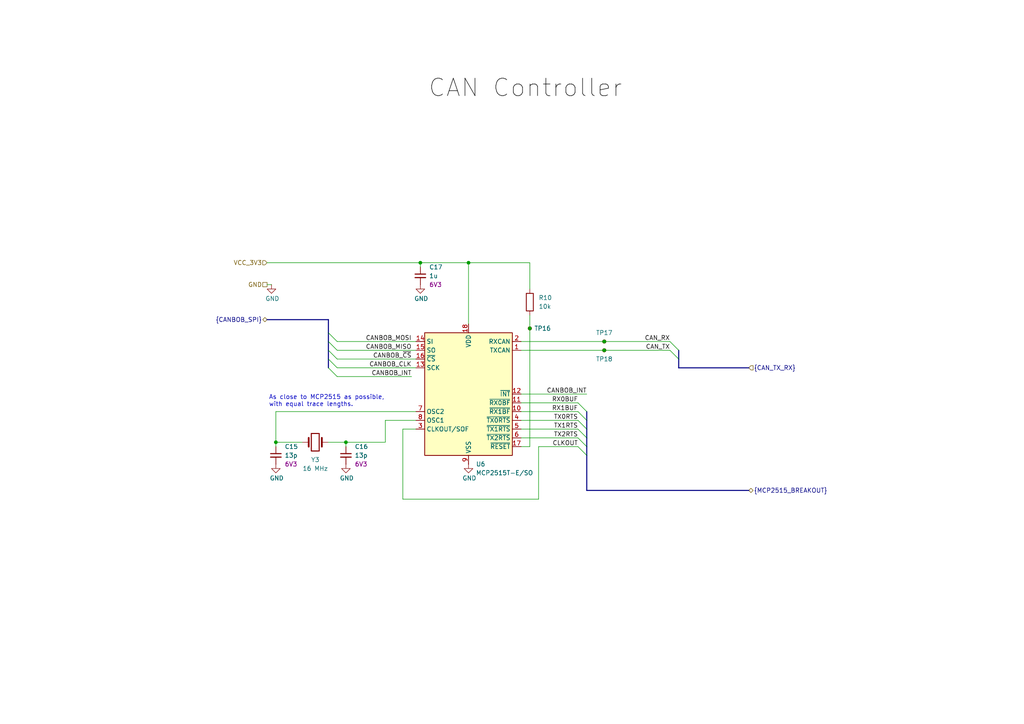
<source format=kicad_sch>
(kicad_sch (version 20250114) (generator "eeschema") (generator_version "9.0")
  (paper "A4")
  (title_block (title "MAGE-CANBOB-002") (date "2025-05-14") (rev "1") (comment 1 "Yiannis Michael") (comment 2 "2025-05-14") (comment 3 "Chris Thomas") (comment 4 "2025-06-02"))
  (lib_symbols
    (symbol "Connector:TestPoint_Small" (pin_numbers (hide yes)) (pin_names (offset 0.762) (hide yes))
      (property "Reference" "TP" (at 0 3.81 0))
      (property "Value" "TestPoint_Small" (at 0 2.032 0))
      (symbol "TestPoint_Small_0_1"
        (circle (center 0 0) (radius 0.508))
      )
      (symbol "TestPoint_Small_1_1"
        (pin passive line (at 0 0 90) (length 0) (name "1") (number "1"))
      )
    )
    (symbol "Device:C_Small" (pin_numbers (hide yes)) (pin_names (offset 0.254) (hide yes))
      (property "Reference" "C" (at 0.254 1.778 0))
      (property "Value" "C_Small" (at 0.254 -2.032 0))
      (symbol "C_Small_0_1"
        (polyline (pts (xy -1.524 0.508) (xy 1.524 0.508)) (stroke (width 0.3048)))
        (polyline (pts (xy -1.524 -0.508) (xy 1.524 -0.508)) (stroke (width 0.3302)))
      )
      (symbol "C_Small_1_1"
        (pin passive line (at 0 2.54 270) (length 2.032) (name "~") (number "1"))
        (pin passive line (at 0 -2.54 90) (length 2.032) (name "~") (number "2"))
      )
    )
    (symbol "Device:Crystal" (pin_numbers (hide yes)) (pin_names (offset 1.016) (hide yes))
      (property "Reference" "Y" (at 0 3.81 0))
      (property "Value" "Crystal" (at 0 -3.81 0))
      (symbol "Crystal_0_1"
        (polyline (pts (xy -2.54 0) (xy -1.905 0)))
        (polyline (pts (xy -1.905 -1.27) (xy -1.905 1.27)) (stroke (width 0.508)))
        (rectangle (start -1.143 2.54) (end 1.143 -2.54) (stroke (width 0.3048)))
        (polyline (pts (xy 1.905 -1.27) (xy 1.905 1.27)) (stroke (width 0.508)))
        (polyline (pts (xy 2.54 0) (xy 1.905 0)))
      )
      (symbol "Crystal_1_1"
        (pin passive line (at -3.81 0 0) (length 1.27) (name "1") (number "1"))
        (pin passive line (at 3.81 0 180) (length 1.27) (name "2") (number "2"))
      )
    )
    (symbol "Device:R" (pin_numbers (hide yes)) (pin_names (offset 0))
      (property "Reference" "R" (at 2.032 0 90))
      (property "Value" "R" (at 0 0 90))
      (symbol "R_0_1"
        (rectangle (start -1.016 -2.54) (end 1.016 2.54) (stroke (width 0.254)))
      )
      (symbol "R_1_1"
        (pin passive line (at 0 3.81 270) (length 1.27) (name "~") (number "1"))
        (pin passive line (at 0 -3.81 90) (length 1.27) (name "~") (number "2"))
      )
    )
    (symbol "Interface_CAN_LIN:MCP2515-xSO"
      (property "Reference" "U" (at -10.16 19.685 0))
      (property "Value" "MCP2515-xSO" (at 19.05 20.32 0))
      (symbol "MCP2515-xSO_0_1"
        (rectangle (start -12.7 17.78) (end 12.7 -17.78) (stroke (width 0.254)) (fill (type background)))
      )
      (symbol "MCP2515-xSO_1_1"
        (pin input line (at -15.24 15.24 0) (length 2.54) (name "SI") (number "14"))
        (pin output line (at -15.24 12.7 0) (length 2.54) (name "SO") (number "15"))
        (pin input line (at -15.24 10.16 0) (length 2.54) (name "~{CS}") (number "16"))
        (pin input line (at -15.24 7.62 0) (length 2.54) (name "SCK") (number "13"))
        (pin output line (at -15.24 -5.08 0) (length 2.54) (name "OSC2") (number "7"))
        (pin input line (at -15.24 -7.62 0) (length 2.54) (name "OSC1") (number "8"))
        (pin output line (at -15.24 -10.16 0) (length 2.54) (name "CLKOUT/SOF") (number "3"))
        (pin power_in line (at 0 20.32 270) (length 2.54) (name "VDD") (number "18"))
        (pin power_in line (at 0 -20.32 90) (length 2.54) (name "VSS") (number "9"))
        (pin input line (at 15.24 15.24 180) (length 2.54) (name "RXCAN") (number "2"))
        (pin output line (at 15.24 12.7 180) (length 2.54) (name "TXCAN") (number "1"))
        (pin output line (at 15.24 0 180) (length 2.54) (name "~{INT}") (number "12"))
        (pin output line (at 15.24 -2.54 180) (length 2.54) (name "~{RX0BF}") (number "11"))
        (pin output line (at 15.24 -5.08 180) (length 2.54) (name "~{RX1BF}") (number "10"))
        (pin input line (at 15.24 -7.62 180) (length 2.54) (name "~{TX0RTS}") (number "4"))
        (pin input line (at 15.24 -10.16 180) (length 2.54) (name "~{TX1RTS}") (number "5"))
        (pin input line (at 15.24 -12.7 180) (length 2.54) (name "~{TX2RTS}") (number "6"))
        (pin input line (at 15.24 -15.24 180) (length 2.54) (name "~{RESET}") (number "17"))
      )
    )
    (symbol "power:GND" (power) (pin_numbers (hide yes)) (pin_names (offset 0) (hide yes))
      (property "Value" "GND" (at 0 -3.81 0))
      (symbol "GND_0_1"
        (polyline (pts (xy 0 0) (xy 0 -1.27) (xy 1.27 -1.27) (xy 0 -2.54) (xy -1.27 -1.27) (xy 0 -1.27)))
      )
      (symbol "GND_1_1"
        (pin power_in line (at 0 0 270) (length 0) (name "~") (number "1"))
      )
    )
  )
  (bus_alias "CANBOB_SPI" (members "CANBOB_MOSI" "CANBOB_MISO" "CANBOB_CLK" "CANBOB_INT" "CANBOB_~{CS}"))
  (bus_alias "CAN_TX_RX" (members "CAN_TX" "CAN_RX"))
  (bus_alias "MCP2515_BREAKOUT" (members "RX0BUF" "RX1BUF" "TX0RTS" "TX1RTS" "TX2RTS" "CLKOUT"))
  (text "CAN Controller" (at 152.4 25.654 0) (effects (font (size 5.08 5.08))))
  (text "As close to MCP2515 as possible, \nwith equal trace lengths." (at 77.978 116.332 0) (effects (font (size 1.27 1.27)) (justify left)))
  (junction (at 80.01 128.27))
  (junction (at 175.26 99.06))
  (junction (at 100.33 128.27))
  (junction (at 175.26 101.6))
  (junction (at 135.89 76.2))
  (junction (at 153.67 95.25))
  (junction (at 121.92 76.2))
  (bus_entry (at 95.25 106.68) (size 2.54 2.54))
  (bus_entry (at 167.64 121.92) (size 2.54 2.54))
  (bus_entry (at 167.64 119.38) (size 2.54 2.54))
  (bus_entry (at 194.31 101.6) (size 2.54 2.54))
  (bus_entry (at 97.79 104.14) (size -2.54 -2.54))
  (bus_entry (at 167.64 124.46) (size 2.54 2.54))
  (bus_entry (at 97.79 99.06) (size -2.54 -2.54))
  (bus_entry (at 167.64 116.84) (size 2.54 2.54))
  (bus_entry (at 194.31 99.06) (size 2.54 2.54))
  (bus_entry (at 97.79 101.6) (size -2.54 -2.54))
  (bus_entry (at 167.64 127) (size 2.54 2.54))
  (bus_entry (at 167.64 129.54) (size 2.54 2.54))
  (bus_entry (at 97.79 106.68) (size -2.54 -2.54))
  (wire (pts (xy 151.13 121.92) (xy 167.64 121.92)))
  (wire (pts (xy 97.79 109.22) (xy 119.38 109.22)))
  (wire (pts (xy 151.13 116.84) (xy 167.64 116.84)))
  (bus (pts (xy 95.25 92.71) (xy 95.25 96.52)))
  (wire (pts (xy 151.13 101.6) (xy 175.26 101.6)))
  (bus (pts (xy 170.18 132.08) (xy 170.18 142.24)))
  (wire (pts (xy 78.74 82.55) (xy 77.47 82.55)))
  (wire (pts (xy 153.67 95.25) (xy 153.67 129.54)))
  (bus (pts (xy 170.18 121.92) (xy 170.18 124.46)))
  (wire (pts (xy 175.26 101.6) (xy 194.31 101.6)))
  (wire (pts (xy 111.76 121.92) (xy 120.65 121.92)))
  (wire (pts (xy 80.01 128.27) (xy 87.63 128.27)))
  (wire (pts (xy 135.89 76.2) (xy 135.89 93.98)))
  (wire (pts (xy 175.26 99.06) (xy 194.31 99.06)))
  (wire (pts (xy 135.89 76.2) (xy 153.67 76.2)))
  (wire (pts (xy 116.84 124.46) (xy 116.84 144.78)))
  (bus (pts (xy 196.85 101.6) (xy 196.85 104.14)))
  (bus (pts (xy 170.18 129.54) (xy 170.18 132.08)))
  (wire (pts (xy 121.92 76.2) (xy 135.89 76.2)))
  (bus (pts (xy 170.18 124.46) (xy 170.18 127)))
  (bus (pts (xy 170.18 119.38) (xy 170.18 121.92)))
  (wire (pts (xy 97.79 101.6) (xy 120.65 101.6)))
  (wire (pts (xy 151.13 124.46) (xy 167.64 124.46)))
  (wire (pts (xy 116.84 144.78) (xy 156.21 144.78)))
  (wire (pts (xy 156.21 129.54) (xy 167.64 129.54)))
  (wire (pts (xy 116.84 124.46) (xy 120.65 124.46)))
  (bus (pts (xy 170.18 142.24) (xy 217.17 142.24)))
  (bus (pts (xy 196.85 104.14) (xy 196.85 106.68)))
  (bus (pts (xy 95.25 96.52) (xy 95.25 99.06)))
  (wire (pts (xy 77.47 76.2) (xy 121.92 76.2)))
  (wire (pts (xy 151.13 127) (xy 167.64 127)))
  (wire (pts (xy 151.13 99.06) (xy 175.26 99.06)))
  (wire (pts (xy 95.25 128.27) (xy 100.33 128.27)))
  (wire (pts (xy 80.01 128.27) (xy 80.01 129.54)))
  (wire (pts (xy 121.92 76.2) (xy 121.92 77.47)))
  (wire (pts (xy 153.67 91.44) (xy 153.67 95.25)))
  (wire (pts (xy 156.21 129.54) (xy 156.21 144.78)))
  (wire (pts (xy 80.01 128.27) (xy 80.01 119.38)))
  (wire (pts (xy 153.67 76.2) (xy 153.67 83.82)))
  (wire (pts (xy 97.79 99.06) (xy 120.65 99.06)))
  (wire (pts (xy 80.01 119.38) (xy 120.65 119.38)))
  (wire (pts (xy 151.13 119.38) (xy 167.64 119.38)))
  (wire (pts (xy 151.13 114.3) (xy 170.18 114.3)))
  (wire (pts (xy 97.79 104.14) (xy 120.65 104.14)))
  (bus (pts (xy 95.25 99.06) (xy 95.25 101.6)))
  (wire (pts (xy 111.76 128.27) (xy 111.76 121.92)))
  (wire (pts (xy 100.33 128.27) (xy 100.33 129.54)))
  (wire (pts (xy 100.33 128.27) (xy 111.76 128.27)))
  (bus (pts (xy 95.25 104.14) (xy 95.25 106.68)))
  (bus (pts (xy 196.85 106.68) (xy 217.17 106.68)))
  (wire (pts (xy 97.79 106.68) (xy 120.65 106.68)))
  (wire (pts (xy 151.13 129.54) (xy 153.67 129.54)))
  (bus (pts (xy 77.47 92.71) (xy 95.25 92.71)))
  (bus (pts (xy 170.18 127) (xy 170.18 129.54)))
  (bus (pts (xy 95.25 101.6) (xy 95.25 104.14)))
  (label "TX2RTS" (at 167.64 127 180))
  (label "CANBOB_~{CS}" (at 119.38 104.14 180))
  (label "RX0BUF" (at 167.64 116.84 180))
  (label "TX1RTS" (at 167.64 124.46 180))
  (label "RX1BUF" (at 167.64 119.38 180))
  (label "CAN_TX" (at 194.31 101.6 180))
  (label "CAN_RX" (at 194.31 99.06 180))
  (label "CANBOB_INT" (at 119.38 109.22 180))
  (label "TX0RTS" (at 167.64 121.92 180))
  (label "CANBOB_MISO" (at 119.38 101.6 180))
  (label "CLKOUT" (at 167.64 129.54 180))
  (label "CANBOB_INT" (at 170.18 114.3 180))
  (label "CANBOB_CLK" (at 119.38 106.68 180))
  (label "CANBOB_MOSI" (at 119.38 99.06 180))
  (hierarchical_label "{MCP2515_BREAKOUT}" (shape bidirectional) (at 217.17 142.24 0))
  (hierarchical_label "VCC_3V3" (shape input) (at 77.47 76.2 180))
  (hierarchical_label "{CAN_TX_RX}" (shape input) (at 217.17 106.68 0))
  (hierarchical_label "{CANBOB_SPI}" (shape bidirectional) (at 77.47 92.71 180))
  (hierarchical_label "GND" (shape passive) (at 77.47 82.55 180))
  (symbol (lib_id "power:GND") (at 100.33 134.62 0) (unit 1)
    (property "Reference" "#PWR050" (effects (hide yes)))
    (property "Value" "GND" (at 100.584 138.684 0))
    (property "Description" "Power symbol creates a global label with name \"GND\" , ground" (effects (hide yes)))
  )
  (symbol (lib_id "Device:C_Small") (at 121.92 80.01 0) (unit 1)
    (property "Reference" "C17" (at 124.46 77.4762 0) (effects (justify left)))
    (property "Value" "1u" (at 124.46 80.0162 0) (effects (justify left)))
    (property "Footprint" "Capacitor_SMD:C_0603_1608Metric_Pad1.08x0.95mm_HandSolder" (effects (hide yes)))
    (property "Description" "Unpolarized capacitor, small symbol" (effects (hide yes)))
    (property "Rating" "6V3" (at 124.46 82.5562 0) (effects (justify left)))
    (property "MPN" "Generic" (effects (hide yes)))
  )
  (symbol (lib_id "Device:C_Small") (at 80.01 132.08 0) (unit 1)
    (property "Reference" "C15" (at 82.55 129.5462 0) (effects (justify left)))
    (property "Value" "13p" (at 82.55 132.0862 0) (effects (justify left)))
    (property "Footprint" "Capacitor_SMD:C_0603_1608Metric_Pad1.08x0.95mm_HandSolder" (effects (hide yes)))
    (property "Description" "Unpolarized capacitor, small symbol" (effects (hide yes)))
    (property "MPN" "06035A130GAT2A" (effects (hide yes)))
    (property "Rating" "6V3" (at 82.55 134.6262 0) (effects (justify left)))
  )
  (symbol (lib_id "power:GND") (at 78.74 82.55 0) (unit 1)
    (property "Reference" "#PWR062" (effects (hide yes)))
    (property "Value" "GND" (at 78.994 86.614 0))
    (property "Description" "Power symbol creates a global label with name \"GND\" , ground" (effects (hide yes)))
  )
  (symbol (lib_id "power:GND") (at 135.89 134.62 0) (unit 1)
    (property "Reference" "#PWR052" (effects (hide yes)))
    (property "Value" "GND" (at 136.144 138.684 0))
    (property "Description" "Power symbol creates a global label with name \"GND\" , ground" (effects (hide yes)))
  )
  (symbol (lib_id "Connector:TestPoint_Small") (at 153.67 95.25 0) (unit 1)
    (property "Reference" "TP16" (at 154.94 95.2499 0) (effects (justify left)))
    (property "Value" "TestPoint_Small" (effects (hide yes)))
    (property "Footprint" "TestPoint:TestPoint_Pad_D1.5mm" (effects (hide yes)))
    (property "Description" "test point" (effects (hide yes)))
    (property "MPN" "Generic" (effects (hide yes)))
  )
  (symbol (lib_id "Device:R") (at 153.67 87.63 180) (unit 1)
    (property "Reference" "R10" (at 156.21 86.3599 0) (effects (justify right)))
    (property "Value" "10k" (at 156.21 88.8999 0) (effects (justify right)))
    (property "Footprint" "Resistor_SMD:R_0603_1608Metric_Pad0.98x0.95mm_HandSolder" (effects (hide yes)))
    (property "Description" "Resistor" (effects (hide yes)))
    (property "MPN" "Generic" (effects (hide yes)))
  )
  (symbol (lib_id "power:GND") (at 121.92 82.55 0) (unit 1)
    (property "Reference" "#PWR051" (effects (hide yes)))
    (property "Value" "GND" (at 122.174 86.614 0))
    (property "Description" "Power symbol creates a global label with name \"GND\" , ground" (effects (hide yes)))
  )
  (symbol (lib_id "power:GND") (at 80.01 134.62 0) (unit 1)
    (property "Reference" "#PWR049" (effects (hide yes)))
    (property "Value" "GND" (at 80.264 138.684 0))
    (property "Description" "Power symbol creates a global label with name \"GND\" , ground" (effects (hide yes)))
  )
  (symbol (lib_id "Connector:TestPoint_Small") (at 175.26 99.06 0) (unit 1)
    (property "Reference" "TP17" (at 175.26 96.52 0))
    (property "Value" "TestPoint_Small" (effects (hide yes)))
    (property "Footprint" "TestPoint:TestPoint_Pad_D1.5mm" (effects (hide yes)))
    (property "Description" "test point" (effects (hide yes)))
    (property "MPN" "Generic" (effects (hide yes)))
  )
  (symbol (lib_id "Connector:TestPoint_Small") (at 175.26 101.6 180) (unit 1)
    (property "Reference" "TP18" (at 175.26 104.14 0))
    (property "Value" "TestPoint_Small" (effects (hide yes)))
    (property "Footprint" "TestPoint:TestPoint_Pad_D1.5mm" (effects (hide yes)))
    (property "Description" "test point" (effects (hide yes)))
    (property "MPN" "Generic" (effects (hide yes)))
  )
  (symbol (lib_id "Interface_CAN_LIN:MCP2515-xSO") (at 135.89 114.3 0) (unit 1)
    (property "Reference" "U6" (at 138.0333 134.62 0) (effects (justify left)))
    (property "Value" "MCP2515T-E/SO" (at 138.0333 137.16 0) (effects (justify left)))
    (property "Footprint" "Package_SO:SOIC-18W_7.5x11.6mm_P1.27mm" (effects (hide yes)))
    (property "Datasheet" "http://ww1.microchip.com/downloads/en/DeviceDoc/21801e.pdf" (effects (hide yes)))
    (property "Description" "Stand-Alone CAN Controller with SPI Interface, SOIC-18" (effects (hide yes)))
    (property "MPN" "MCP2515T-E/SO" (effects (hide yes)))
  )
  (symbol (lib_id "Device:C_Small") (at 100.33 132.08 0) (unit 1)
    (property "Reference" "C16" (at 102.87 129.5462 0) (effects (justify left)))
    (property "Value" "13p" (at 102.87 132.0862 0) (effects (justify left)))
    (property "Footprint" "Capacitor_SMD:C_0603_1608Metric_Pad1.08x0.95mm_HandSolder" (effects (hide yes)))
    (property "Description" "Unpolarized capacitor, small symbol" (effects (hide yes)))
    (property "MPN" "06035A130GAT2A" (effects (hide yes)))
    (property "Rating" "6V3" (at 102.87 134.6262 0) (effects (justify left)))
  )
  (symbol (lib_id "Device:Crystal") (at 91.44 128.27 0) (unit 1)
    (property "Reference" "Y3" (at 91.44 133.35 0))
    (property "Value" "16 MHz" (at 91.44 135.89 0))
    (property "Footprint" "Crystal:Crystal_SMD_5032-2Pin_5.0x3.2mm_HandSoldering" (effects (hide yes)))
    (property "Description" "Two pin crystal" (effects (hide yes)))
    (property "MPN" "NX5032GA-16.000M-LN-CD-1" (effects (hide yes)))
  )
)
</source>
